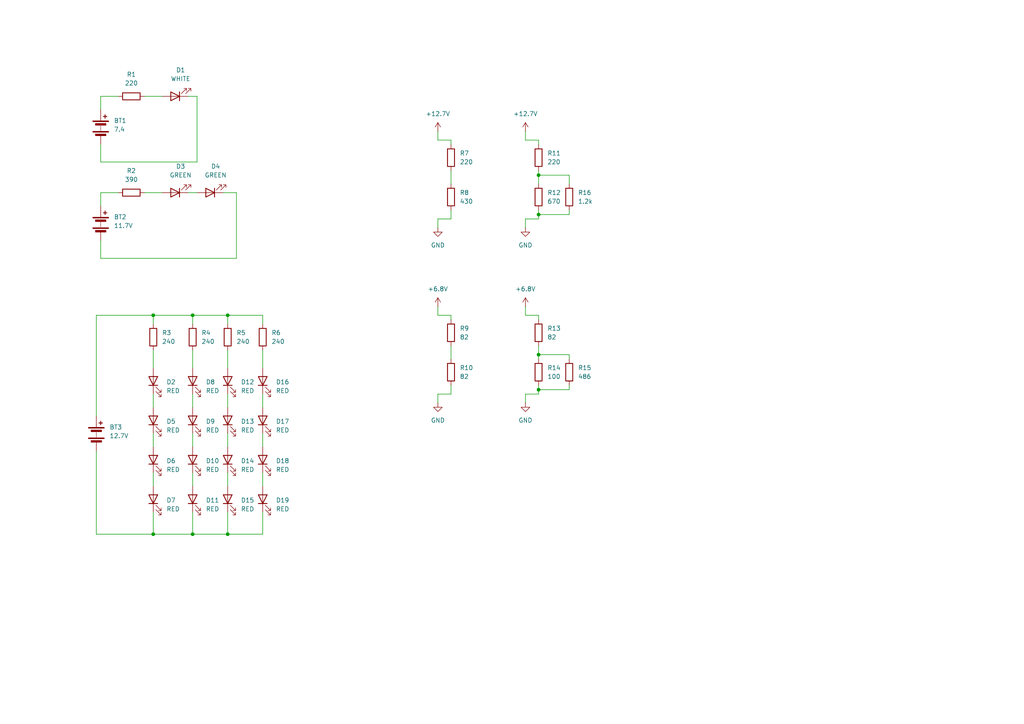
<source format=kicad_sch>
(kicad_sch (version 20250114) (generator "eeschema") (generator_version "9.0")
  (paper "A4")
  (lib_symbols
    (symbol "Device:Battery" (pin_numbers (hide yes)) (pin_names (offset 0) (hide yes))
      (property "Reference" "BT" (at 2.54 2.54 0))
      (property "Value" "Battery" (at 2.54 0 0))
      (symbol "Battery_0_1"
        (rectangle (start -2.286 1.778) (end 2.286 1.524) (fill (type outline)))
        (rectangle (start -2.286 -1.27) (end 2.286 -1.524) (fill (type outline)))
        (rectangle (start -1.524 1.016) (end 1.524 0.508) (fill (type outline)))
        (rectangle (start -1.524 -2.032) (end 1.524 -2.54) (fill (type outline)))
        (polyline (pts (xy 0 1.778) (xy 0 2.54)))
        (polyline (pts (xy 0 0) (xy 0 0.254)))
        (polyline (pts (xy 0 -0.508) (xy 0 -0.254)))
        (polyline (pts (xy 0 -1.016) (xy 0 -0.762)))
        (polyline (pts (xy 0.762 3.048) (xy 1.778 3.048)) (stroke (width 0.254)))
        (polyline (pts (xy 1.27 3.556) (xy 1.27 2.54)) (stroke (width 0.254)))
      )
      (symbol "Battery_1_1"
        (pin passive line (at 0 5.08 270) (length 2.54) (name "+") (number "1"))
        (pin passive line (at 0 -5.08 90) (length 2.54) (name "-") (number "2"))
      )
    )
    (symbol "Device:LED" (pin_numbers (hide yes)) (pin_names (offset 1.016) (hide yes))
      (property "Reference" "D" (at 0 2.54 0))
      (property "Value" "LED" (at 0 -2.54 0))
      (symbol "LED_0_1"
        (polyline (pts (xy -3.048 -0.762) (xy -4.572 -2.286) (xy -3.81 -2.286) (xy -4.572 -2.286) (xy -4.572 -1.524)))
        (polyline (pts (xy -1.778 -0.762) (xy -3.302 -2.286) (xy -2.54 -2.286) (xy -3.302 -2.286) (xy -3.302 -1.524)))
        (polyline (pts (xy -1.27 0) (xy 1.27 0)))
        (polyline (pts (xy -1.27 -1.27) (xy -1.27 1.27)) (stroke (width 0.254)))
        (polyline (pts (xy 1.27 -1.27) (xy 1.27 1.27) (xy -1.27 0) (xy 1.27 -1.27)) (stroke (width 0.254)))
      )
      (symbol "LED_1_1"
        (pin passive line (at -3.81 0 0) (length 2.54) (name "K") (number "1"))
        (pin passive line (at 3.81 0 180) (length 2.54) (name "A") (number "2"))
      )
    )
    (symbol "Device:R" (pin_numbers (hide yes)) (pin_names (offset 0))
      (property "Reference" "R" (at 2.032 0 90))
      (property "Value" "R" (at 0 0 90))
      (symbol "R_0_1"
        (rectangle (start -1.016 -2.54) (end 1.016 2.54) (stroke (width 0.254)))
      )
      (symbol "R_1_1"
        (pin passive line (at 0 3.81 270) (length 1.27) (name "~") (number "1"))
        (pin passive line (at 0 -3.81 90) (length 1.27) (name "~") (number "2"))
      )
    )
    (symbol "power:+12V" (power) (pin_numbers (hide yes)) (pin_names (offset 0) (hide yes))
      (property "Value" "+12V" (at 0 3.556 0))
      (symbol "+12V_0_1"
        (polyline (pts (xy -0.762 1.27) (xy 0 2.54)))
        (polyline (pts (xy 0 2.54) (xy 0.762 1.27)))
        (polyline (pts (xy 0 0) (xy 0 2.54)))
      )
      (symbol "+12V_1_1"
        (pin power_in line (at 0 0 90) (length 0) (name "~") (number "1"))
      )
    )
    (symbol "power:GND" (power) (pin_numbers (hide yes)) (pin_names (offset 0) (hide yes))
      (property "Value" "GND" (at 0 -3.81 0))
      (symbol "GND_0_1"
        (polyline (pts (xy 0 0) (xy 0 -1.27) (xy 1.27 -1.27) (xy 0 -2.54) (xy -1.27 -1.27) (xy 0 -1.27)))
      )
      (symbol "GND_1_1"
        (pin power_in line (at 0 0 270) (length 0) (name "~") (number "1"))
      )
    )
  )
  (junction (at 156.21 62.23))
  (junction (at 55.88 154.94))
  (junction (at 156.21 102.87))
  (junction (at 55.88 91.44))
  (junction (at 156.21 113.03))
  (junction (at 156.21 50.8))
  (junction (at 66.04 91.44))
  (junction (at 44.45 154.94))
  (junction (at 66.04 154.94))
  (junction (at 44.45 91.44))
  (wire (pts (xy 165.1 62.23) (xy 156.21 62.23)))
  (wire (pts (xy 44.45 137.16) (xy 44.45 140.97)))
  (wire (pts (xy 41.91 55.88) (xy 46.99 55.88)))
  (wire (pts (xy 156.21 50.8) (xy 156.21 53.34)))
  (wire (pts (xy 76.2 114.3) (xy 76.2 118.11)))
  (wire (pts (xy 76.2 148.59) (xy 76.2 154.94)))
  (wire (pts (xy 29.21 31.75) (xy 29.21 27.94)))
  (wire (pts (xy 76.2 125.73) (xy 76.2 129.54)))
  (wire (pts (xy 156.21 49.53) (xy 156.21 50.8)))
  (wire (pts (xy 165.1 102.87) (xy 156.21 102.87)))
  (wire (pts (xy 130.81 40.64) (xy 130.81 41.91)))
  (wire (pts (xy 54.61 27.94) (xy 57.15 27.94)))
  (wire (pts (xy 165.1 50.8) (xy 156.21 50.8)))
  (wire (pts (xy 55.88 93.98) (xy 55.88 91.44)))
  (wire (pts (xy 127 40.64) (xy 130.81 40.64)))
  (wire (pts (xy 27.94 120.65) (xy 27.94 91.44)))
  (wire (pts (xy 66.04 91.44) (xy 55.88 91.44)))
  (wire (pts (xy 29.21 46.99) (xy 29.21 41.91)))
  (wire (pts (xy 44.45 101.6) (xy 44.45 106.68)))
  (wire (pts (xy 57.15 27.94) (xy 57.15 46.99)))
  (wire (pts (xy 68.58 55.88) (xy 64.77 55.88)))
  (wire (pts (xy 55.88 101.6) (xy 55.88 106.68)))
  (wire (pts (xy 156.21 91.44) (xy 156.21 92.71)))
  (wire (pts (xy 29.21 59.69) (xy 29.21 55.88)))
  (wire (pts (xy 156.21 62.23) (xy 156.21 63.5)))
  (wire (pts (xy 29.21 46.99) (xy 57.15 46.99)))
  (wire (pts (xy 44.45 148.59) (xy 44.45 154.94)))
  (wire (pts (xy 44.45 91.44) (xy 44.45 93.98)))
  (wire (pts (xy 66.04 101.6) (xy 66.04 106.68)))
  (wire (pts (xy 76.2 91.44) (xy 66.04 91.44)))
  (wire (pts (xy 44.45 125.73) (xy 44.45 129.54)))
  (wire (pts (xy 165.1 113.03) (xy 156.21 113.03)))
  (wire (pts (xy 66.04 137.16) (xy 66.04 140.97)))
  (wire (pts (xy 127 88.9) (xy 127 91.44)))
  (wire (pts (xy 130.81 49.53) (xy 130.81 53.34)))
  (wire (pts (xy 130.81 91.44) (xy 130.81 92.71)))
  (wire (pts (xy 66.04 114.3) (xy 66.04 118.11)))
  (wire (pts (xy 29.21 55.88) (xy 34.29 55.88)))
  (wire (pts (xy 156.21 113.03) (xy 156.21 114.3)))
  (wire (pts (xy 66.04 148.59) (xy 66.04 154.94)))
  (wire (pts (xy 152.4 88.9) (xy 152.4 91.44)))
  (wire (pts (xy 76.2 137.16) (xy 76.2 140.97)))
  (wire (pts (xy 76.2 101.6) (xy 76.2 106.68)))
  (wire (pts (xy 66.04 93.98) (xy 66.04 91.44)))
  (wire (pts (xy 76.2 154.94) (xy 66.04 154.94)))
  (wire (pts (xy 165.1 104.14) (xy 165.1 102.87)))
  (wire (pts (xy 127 114.3) (xy 127 116.84)))
  (wire (pts (xy 130.81 100.33) (xy 130.81 104.14)))
  (wire (pts (xy 152.4 91.44) (xy 156.21 91.44)))
  (wire (pts (xy 29.21 27.94) (xy 34.29 27.94)))
  (wire (pts (xy 152.4 114.3) (xy 152.4 116.84)))
  (wire (pts (xy 68.58 74.93) (xy 68.58 55.88)))
  (wire (pts (xy 127 38.1) (xy 127 40.64)))
  (wire (pts (xy 156.21 102.87) (xy 156.21 104.14)))
  (wire (pts (xy 76.2 93.98) (xy 76.2 91.44)))
  (wire (pts (xy 44.45 114.3) (xy 44.45 118.11)))
  (wire (pts (xy 66.04 154.94) (xy 55.88 154.94)))
  (wire (pts (xy 29.21 74.93) (xy 68.58 74.93)))
  (wire (pts (xy 156.21 40.64) (xy 156.21 41.91)))
  (wire (pts (xy 130.81 60.96) (xy 130.81 63.5)))
  (wire (pts (xy 156.21 63.5) (xy 152.4 63.5)))
  (wire (pts (xy 156.21 100.33) (xy 156.21 102.87)))
  (wire (pts (xy 152.4 63.5) (xy 152.4 66.04)))
  (wire (pts (xy 27.94 154.94) (xy 27.94 130.81)))
  (wire (pts (xy 156.21 114.3) (xy 152.4 114.3)))
  (wire (pts (xy 55.88 137.16) (xy 55.88 140.97)))
  (wire (pts (xy 130.81 111.76) (xy 130.81 114.3)))
  (wire (pts (xy 127 91.44) (xy 130.81 91.44)))
  (wire (pts (xy 55.88 154.94) (xy 44.45 154.94)))
  (wire (pts (xy 165.1 60.96) (xy 165.1 62.23)))
  (wire (pts (xy 130.81 63.5) (xy 127 63.5)))
  (wire (pts (xy 55.88 114.3) (xy 55.88 118.11)))
  (wire (pts (xy 44.45 154.94) (xy 27.94 154.94)))
  (wire (pts (xy 55.88 125.73) (xy 55.88 129.54)))
  (wire (pts (xy 127 63.5) (xy 127 66.04)))
  (wire (pts (xy 66.04 125.73) (xy 66.04 129.54)))
  (wire (pts (xy 130.81 114.3) (xy 127 114.3)))
  (wire (pts (xy 165.1 111.76) (xy 165.1 113.03)))
  (wire (pts (xy 29.21 74.93) (xy 29.21 69.85)))
  (wire (pts (xy 54.61 55.88) (xy 57.15 55.88)))
  (wire (pts (xy 152.4 38.1) (xy 152.4 40.64)))
  (wire (pts (xy 156.21 60.96) (xy 156.21 62.23)))
  (wire (pts (xy 55.88 148.59) (xy 55.88 154.94)))
  (wire (pts (xy 41.91 27.94) (xy 46.99 27.94)))
  (wire (pts (xy 55.88 91.44) (xy 44.45 91.44)))
  (wire (pts (xy 152.4 40.64) (xy 156.21 40.64)))
  (wire (pts (xy 165.1 53.34) (xy 165.1 50.8)))
  (wire (pts (xy 27.94 91.44) (xy 44.45 91.44)))
  (wire (pts (xy 156.21 111.76) (xy 156.21 113.03)))
  (symbol (lib_id "Device:LED") (at 66.04 133.35 90) (unit 1)
    (property "Reference" "D14" (at 69.85 133.6674 90) (effects (justify right)))
    (property "Value" "RED" (at 69.85 136.2074 90) (effects (justify right)))
    (property "Description" "Light emitting diode" (effects (hide yes)))
    (property "Sim.Pins" "1=K 2=A" (effects (hide yes)))
  )
  (symbol (lib_id "power:+12V") (at 152.4 88.9 0) (unit 1)
    (property "Reference" "#PWR07" (effects (hide yes)))
    (property "Value" "+6.8V" (at 152.4 83.82 0))
    (property "Description" "Power symbol creates a global label with name \"+12V\"" (effects (hide yes)))
  )
  (symbol (lib_id "Device:LED") (at 76.2 121.92 90) (unit 1)
    (property "Reference" "D17" (at 80.01 122.2374 90) (effects (justify right)))
    (property "Value" "RED" (at 80.01 124.7774 90) (effects (justify right)))
    (property "Description" "Light emitting diode" (effects (hide yes)))
    (property "Sim.Pins" "1=K 2=A" (effects (hide yes)))
  )
  (symbol (lib_id "Device:LED") (at 50.8 55.88 180) (unit 1)
    (property "Reference" "D3" (at 52.3875 48.26 0))
    (property "Value" "GREEN" (at 52.3875 50.8 0))
    (property "Description" "Light emitting diode" (effects (hide yes)))
    (property "Sim.Pins" "1=K 2=A" (effects (hide yes)))
  )
  (symbol (lib_id "Device:R") (at 44.45 97.79 180) (unit 1)
    (property "Reference" "R3" (at 46.99 96.5199 0) (effects (justify right)))
    (property "Value" "240" (at 46.99 99.0599 0) (effects (justify right)))
    (property "Description" "Resistor" (effects (hide yes)))
  )
  (symbol (lib_id "Device:LED") (at 44.45 110.49 90) (unit 1)
    (property "Reference" "D2" (at 48.26 110.8074 90) (effects (justify right)))
    (property "Value" "RED" (at 48.26 113.3474 90) (effects (justify right)))
    (property "Description" "Light emitting diode" (effects (hide yes)))
    (property "Sim.Pins" "1=K 2=A" (effects (hide yes)))
  )
  (symbol (lib_id "Device:Battery") (at 29.21 64.77 0) (unit 1)
    (property "Reference" "BT2" (at 33.02 62.9284 0) (effects (justify left)))
    (property "Value" "11.7V" (at 33.02 65.4684 0) (effects (justify left)))
    (property "Description" "Multiple-cell battery" (effects (hide yes)))
  )
  (symbol (lib_id "Device:R") (at 38.1 55.88 90) (unit 1)
    (property "Reference" "R2" (at 38.1 49.53 90))
    (property "Value" "390" (at 38.1 52.07 90))
    (property "Description" "Resistor" (effects (hide yes)))
  )
  (symbol (lib_id "Device:R") (at 130.81 45.72 0) (unit 1)
    (property "Reference" "R7" (at 133.35 44.4499 0) (effects (justify left)))
    (property "Value" "220" (at 133.35 46.9899 0) (effects (justify left)))
    (property "Description" "Resistor" (effects (hide yes)))
  )
  (symbol (lib_id "Device:LED") (at 55.88 144.78 90) (unit 1)
    (property "Reference" "D11" (at 59.69 145.0974 90) (effects (justify right)))
    (property "Value" "RED" (at 59.69 147.6374 90) (effects (justify right)))
    (property "Description" "Light emitting diode" (effects (hide yes)))
    (property "Sim.Pins" "1=K 2=A" (effects (hide yes)))
  )
  (symbol (lib_id "Device:Battery") (at 27.94 125.73 0) (unit 1)
    (property "Reference" "BT3" (at 31.75 123.8884 0) (effects (justify left)))
    (property "Value" "12.7V" (at 31.75 126.4284 0) (effects (justify left)))
    (property "Description" "Multiple-cell battery" (effects (hide yes)))
  )
  (symbol (lib_id "Device:R") (at 38.1 27.94 90) (unit 1)
    (property "Reference" "R1" (at 38.1 21.59 90))
    (property "Value" "220" (at 38.1 24.13 90))
    (property "Description" "Resistor" (effects (hide yes)))
  )
  (symbol (lib_id "Device:R") (at 156.21 45.72 0) (unit 1)
    (property "Reference" "R11" (at 158.75 44.4499 0) (effects (justify left)))
    (property "Value" "220" (at 158.75 46.9899 0) (effects (justify left)))
    (property "Description" "Resistor" (effects (hide yes)))
  )
  (symbol (lib_id "Device:LED") (at 50.8 27.94 180) (unit 1)
    (property "Reference" "D1" (at 52.3875 20.32 0))
    (property "Value" "WHITE" (at 52.3875 22.86 0))
    (property "Description" "Light emitting diode" (effects (hide yes)))
    (property "Sim.Pins" "1=K 2=A" (effects (hide yes)))
  )
  (symbol (lib_id "Device:LED") (at 66.04 110.49 90) (unit 1)
    (property "Reference" "D12" (at 69.85 110.8074 90) (effects (justify right)))
    (property "Value" "RED" (at 69.85 113.3474 90) (effects (justify right)))
    (property "Description" "Light emitting diode" (effects (hide yes)))
    (property "Sim.Pins" "1=K 2=A" (effects (hide yes)))
  )
  (symbol (lib_id "Device:R") (at 156.21 107.95 0) (unit 1)
    (property "Reference" "R14" (at 158.75 106.6799 0) (effects (justify left)))
    (property "Value" "100" (at 158.75 109.2199 0) (effects (justify left)))
    (property "Description" "Resistor" (effects (hide yes)))
  )
  (symbol (lib_id "power:GND") (at 127 66.04 0) (unit 1)
    (property "Reference" "#PWR02" (effects (hide yes)))
    (property "Value" "GND" (at 127 71.12 0))
    (property "Description" "Power symbol creates a global label with name \"GND\" , ground" (effects (hide yes)))
  )
  (symbol (lib_id "Device:LED") (at 60.96 55.88 180) (unit 1)
    (property "Reference" "D4" (at 62.5475 48.26 0))
    (property "Value" "GREEN" (at 62.5475 50.8 0))
    (property "Description" "Light emitting diode" (effects (hide yes)))
    (property "Sim.Pins" "1=K 2=A" (effects (hide yes)))
  )
  (symbol (lib_id "power:+12V") (at 127 38.1 0) (unit 1)
    (property "Reference" "#PWR01" (effects (hide yes)))
    (property "Value" "+12.7V" (at 127 33.02 0))
    (property "Description" "Power symbol creates a global label with name \"+12V\"" (effects (hide yes)))
  )
  (symbol (lib_id "Device:Battery") (at 29.21 36.83 0) (unit 1)
    (property "Reference" "BT1" (at 33.02 34.9884 0) (effects (justify left)))
    (property "Value" "7.4" (at 33.02 37.5284 0) (effects (justify left)))
    (property "Description" "Multiple-cell battery" (effects (hide yes)))
  )
  (symbol (lib_id "Device:LED") (at 76.2 133.35 90) (unit 1)
    (property "Reference" "D18" (at 80.01 133.6674 90) (effects (justify right)))
    (property "Value" "RED" (at 80.01 136.2074 90) (effects (justify right)))
    (property "Description" "Light emitting diode" (effects (hide yes)))
    (property "Sim.Pins" "1=K 2=A" (effects (hide yes)))
  )
  (symbol (lib_id "Device:LED") (at 55.88 121.92 90) (unit 1)
    (property "Reference" "D9" (at 59.69 122.2374 90) (effects (justify right)))
    (property "Value" "RED" (at 59.69 124.7774 90) (effects (justify right)))
    (property "Description" "Light emitting diode" (effects (hide yes)))
    (property "Sim.Pins" "1=K 2=A" (effects (hide yes)))
  )
  (symbol (lib_id "Device:LED") (at 76.2 144.78 90) (unit 1)
    (property "Reference" "D19" (at 80.01 145.0974 90) (effects (justify right)))
    (property "Value" "RED" (at 80.01 147.6374 90) (effects (justify right)))
    (property "Description" "Light emitting diode" (effects (hide yes)))
    (property "Sim.Pins" "1=K 2=A" (effects (hide yes)))
  )
  (symbol (lib_id "Device:R") (at 156.21 57.15 0) (unit 1)
    (property "Reference" "R12" (at 158.75 55.8799 0) (effects (justify left)))
    (property "Value" "670" (at 158.75 58.4199 0) (effects (justify left)))
    (property "Description" "Resistor" (effects (hide yes)))
  )
  (symbol (lib_id "Device:R") (at 130.81 57.15 0) (unit 1)
    (property "Reference" "R8" (at 133.35 55.8799 0) (effects (justify left)))
    (property "Value" "430" (at 133.35 58.4199 0) (effects (justify left)))
    (property "Description" "Resistor" (effects (hide yes)))
  )
  (symbol (lib_id "Device:LED") (at 66.04 144.78 90) (unit 1)
    (property "Reference" "D15" (at 69.85 145.0974 90) (effects (justify right)))
    (property "Value" "RED" (at 69.85 147.6374 90) (effects (justify right)))
    (property "Description" "Light emitting diode" (effects (hide yes)))
    (property "Sim.Pins" "1=K 2=A" (effects (hide yes)))
  )
  (symbol (lib_id "Device:LED") (at 44.45 133.35 90) (unit 1)
    (property "Reference" "D6" (at 48.26 133.6674 90) (effects (justify right)))
    (property "Value" "RED" (at 48.26 136.2074 90) (effects (justify right)))
    (property "Description" "Light emitting diode" (effects (hide yes)))
    (property "Sim.Pins" "1=K 2=A" (effects (hide yes)))
  )
  (symbol (lib_id "Device:LED") (at 44.45 144.78 90) (unit 1)
    (property "Reference" "D7" (at 48.26 145.0974 90) (effects (justify right)))
    (property "Value" "RED" (at 48.26 147.6374 90) (effects (justify right)))
    (property "Description" "Light emitting diode" (effects (hide yes)))
    (property "Sim.Pins" "1=K 2=A" (effects (hide yes)))
  )
  (symbol (lib_id "power:GND") (at 152.4 66.04 0) (unit 1)
    (property "Reference" "#PWR06" (effects (hide yes)))
    (property "Value" "GND" (at 152.4 71.12 0))
    (property "Description" "Power symbol creates a global label with name \"GND\" , ground" (effects (hide yes)))
  )
  (symbol (lib_id "Device:R") (at 165.1 57.15 0) (unit 1)
    (property "Reference" "R16" (at 167.64 55.8799 0) (effects (justify left)))
    (property "Value" "1.2k" (at 167.64 58.4199 0) (effects (justify left)))
    (property "Description" "Resistor" (effects (hide yes)))
  )
  (symbol (lib_id "power:+12V") (at 127 88.9 0) (unit 1)
    (property "Reference" "#PWR03" (effects (hide yes)))
    (property "Value" "+6.8V" (at 127 83.82 0))
    (property "Description" "Power symbol creates a global label with name \"+12V\"" (effects (hide yes)))
  )
  (symbol (lib_id "Device:R") (at 130.81 107.95 0) (unit 1)
    (property "Reference" "R10" (at 133.35 106.6799 0) (effects (justify left)))
    (property "Value" "82" (at 133.35 109.2199 0) (effects (justify left)))
    (property "Description" "Resistor" (effects (hide yes)))
  )
  (symbol (lib_id "power:+12V") (at 152.4 38.1 0) (unit 1)
    (property "Reference" "#PWR05" (effects (hide yes)))
    (property "Value" "+12.7V" (at 152.4 33.02 0))
    (property "Description" "Power symbol creates a global label with name \"+12V\"" (effects (hide yes)))
  )
  (symbol (lib_id "Device:LED") (at 55.88 133.35 90) (unit 1)
    (property "Reference" "D10" (at 59.69 133.6674 90) (effects (justify right)))
    (property "Value" "RED" (at 59.69 136.2074 90) (effects (justify right)))
    (property "Description" "Light emitting diode" (effects (hide yes)))
    (property "Sim.Pins" "1=K 2=A" (effects (hide yes)))
  )
  (symbol (lib_id "Device:R") (at 55.88 97.79 180) (unit 1)
    (property "Reference" "R4" (at 58.42 96.5199 0) (effects (justify right)))
    (property "Value" "240" (at 58.42 99.0599 0) (effects (justify right)))
    (property "Description" "Resistor" (effects (hide yes)))
  )
  (symbol (lib_id "Device:R") (at 76.2 97.79 180) (unit 1)
    (property "Reference" "R6" (at 78.74 96.5199 0) (effects (justify right)))
    (property "Value" "240" (at 78.74 99.0599 0) (effects (justify right)))
    (property "Description" "Resistor" (effects (hide yes)))
  )
  (symbol (lib_id "Device:LED") (at 55.88 110.49 90) (unit 1)
    (property "Reference" "D8" (at 59.69 110.8074 90) (effects (justify right)))
    (property "Value" "RED" (at 59.69 113.3474 90) (effects (justify right)))
    (property "Description" "Light emitting diode" (effects (hide yes)))
    (property "Sim.Pins" "1=K 2=A" (effects (hide yes)))
  )
  (symbol (lib_id "Device:R") (at 66.04 97.79 180) (unit 1)
    (property "Reference" "R5" (at 68.58 96.5199 0) (effects (justify right)))
    (property "Value" "240" (at 68.58 99.0599 0) (effects (justify right)))
    (property "Description" "Resistor" (effects (hide yes)))
  )
  (symbol (lib_id "Device:LED") (at 66.04 121.92 90) (unit 1)
    (property "Reference" "D13" (at 69.85 122.2374 90) (effects (justify right)))
    (property "Value" "RED" (at 69.85 124.7774 90) (effects (justify right)))
    (property "Description" "Light emitting diode" (effects (hide yes)))
    (property "Sim.Pins" "1=K 2=A" (effects (hide yes)))
  )
  (symbol (lib_id "Device:R") (at 156.21 96.52 0) (unit 1)
    (property "Reference" "R13" (at 158.75 95.2499 0) (effects (justify left)))
    (property "Value" "82" (at 158.75 97.7899 0) (effects (justify left)))
    (property "Description" "Resistor" (effects (hide yes)))
  )
  (symbol (lib_id "Device:LED") (at 76.2 110.49 90) (unit 1)
    (property "Reference" "D16" (at 80.01 110.8074 90) (effects (justify right)))
    (property "Value" "RED" (at 80.01 113.3474 90) (effects (justify right)))
    (property "Description" "Light emitting diode" (effects (hide yes)))
    (property "Sim.Pins" "1=K 2=A" (effects (hide yes)))
  )
  (symbol (lib_id "Device:LED") (at 44.45 121.92 90) (unit 1)
    (property "Reference" "D5" (at 48.26 122.2374 90) (effects (justify right)))
    (property "Value" "RED" (at 48.26 124.7774 90) (effects (justify right)))
    (property "Description" "Light emitting diode" (effects (hide yes)))
    (property "Sim.Pins" "1=K 2=A" (effects (hide yes)))
  )
  (symbol (lib_id "Device:R") (at 165.1 107.95 0) (unit 1)
    (property "Reference" "R15" (at 167.64 106.6799 0) (effects (justify left)))
    (property "Value" "486" (at 167.64 109.2199 0) (effects (justify left)))
    (property "Description" "Resistor" (effects (hide yes)))
  )
  (symbol (lib_id "Device:R") (at 130.81 96.52 0) (unit 1)
    (property "Reference" "R9" (at 133.35 95.2499 0) (effects (justify left)))
    (property "Value" "82" (at 133.35 97.7899 0) (effects (justify left)))
    (property "Description" "Resistor" (effects (hide yes)))
  )
  (symbol (lib_id "power:GND") (at 152.4 116.84 0) (unit 1)
    (property "Reference" "#PWR08" (effects (hide yes)))
    (property "Value" "GND" (at 152.4 121.92 0))
    (property "Description" "Power symbol creates a global label with name \"GND\" , ground" (effects (hide yes)))
  )
  (symbol (lib_id "power:GND") (at 127 116.84 0) (unit 1)
    (property "Reference" "#PWR04" (effects (hide yes)))
    (property "Value" "GND" (at 127 121.92 0))
    (property "Description" "Power symbol creates a global label with name \"GND\" , ground" (effects (hide yes)))
  )
)
</source>
